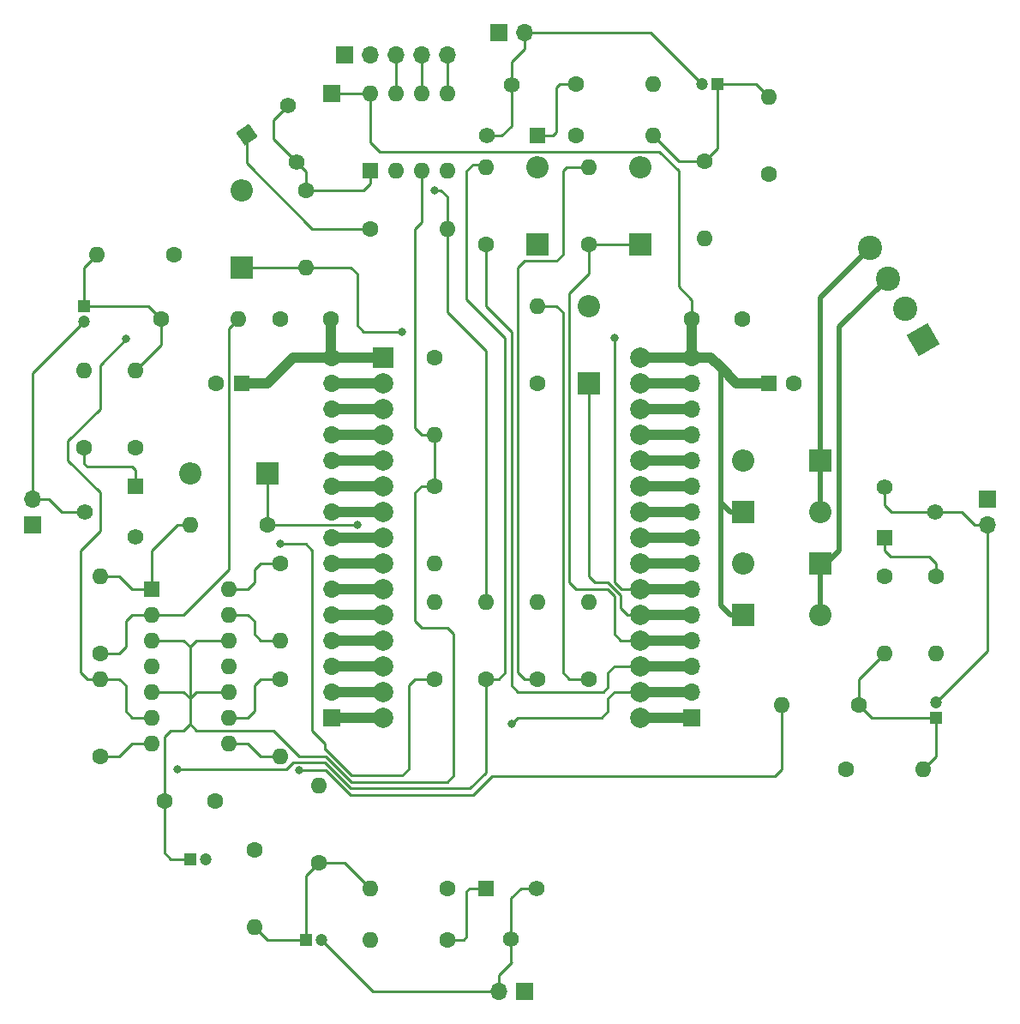
<source format=gbr>
%TF.GenerationSoftware,KiCad,Pcbnew,(6.0.2)*%
%TF.CreationDate,2023-02-05T15:01:36+01:00*%
%TF.ProjectId,Fonometro,466f6e6f-6d65-4747-926f-2e6b69636164,rev?*%
%TF.SameCoordinates,Original*%
%TF.FileFunction,Copper,L1,Top*%
%TF.FilePolarity,Positive*%
%FSLAX46Y46*%
G04 Gerber Fmt 4.6, Leading zero omitted, Abs format (unit mm)*
G04 Created by KiCad (PCBNEW (6.0.2)) date 2023-02-05 15:01:36*
%MOMM*%
%LPD*%
G01*
G04 APERTURE LIST*
G04 Aperture macros list*
%AMRotRect*
0 Rectangle, with rotation*
0 The origin of the aperture is its center*
0 $1 length*
0 $2 width*
0 $3 Rotation angle, in degrees counterclockwise*
0 Add horizontal line*
21,1,$1,$2,0,0,$3*%
G04 Aperture macros list end*
%TA.AperFunction,ComponentPad*%
%ADD10C,1.600000*%
%TD*%
%TA.AperFunction,ComponentPad*%
%ADD11O,1.600000X1.600000*%
%TD*%
%TA.AperFunction,ComponentPad*%
%ADD12R,1.600000X1.600000*%
%TD*%
%TA.AperFunction,ComponentPad*%
%ADD13R,2.200000X2.200000*%
%TD*%
%TA.AperFunction,ComponentPad*%
%ADD14O,2.200000X2.200000*%
%TD*%
%TA.AperFunction,ComponentPad*%
%ADD15R,1.200000X1.200000*%
%TD*%
%TA.AperFunction,ComponentPad*%
%ADD16C,1.200000*%
%TD*%
%TA.AperFunction,ComponentPad*%
%ADD17R,1.700000X1.700000*%
%TD*%
%TA.AperFunction,ComponentPad*%
%ADD18O,1.700000X1.700000*%
%TD*%
%TA.AperFunction,ComponentPad*%
%ADD19R,1.560000X1.560000*%
%TD*%
%TA.AperFunction,ComponentPad*%
%ADD20C,1.560000*%
%TD*%
%TA.AperFunction,ComponentPad*%
%ADD21RotRect,2.400000X2.400000X120.000000*%
%TD*%
%TA.AperFunction,ComponentPad*%
%ADD22C,2.400000*%
%TD*%
%TA.AperFunction,ComponentPad*%
%ADD23RotRect,1.560000X1.560000X35.000000*%
%TD*%
%TA.AperFunction,ComponentPad*%
%ADD24R,2.000000X2.000000*%
%TD*%
%TA.AperFunction,ComponentPad*%
%ADD25C,2.000000*%
%TD*%
%TA.AperFunction,ViaPad*%
%ADD26C,0.800000*%
%TD*%
%TA.AperFunction,Conductor*%
%ADD27C,0.254000*%
%TD*%
%TA.AperFunction,Conductor*%
%ADD28C,1.016000*%
%TD*%
%TA.AperFunction,Conductor*%
%ADD29C,0.508000*%
%TD*%
G04 APERTURE END LIST*
D10*
%TO.P,R36,1*%
%TO.N,D34*%
X154940000Y-70104000D03*
D11*
%TO.P,R36,2*%
%TO.N,MIC 3*%
X154940000Y-62484000D03*
%TD*%
D12*
%TO.P,C7,1*%
%TO.N,+3V3*%
X120650000Y-83820000D03*
D10*
%TO.P,C7,2*%
%TO.N,GND*%
X118150000Y-83820000D03*
%TD*%
%TO.P,R10,1*%
%TO.N,GND*%
X110190000Y-90170000D03*
D11*
%TO.P,R10,2*%
%TO.N,Net-(C1-Pad1)*%
X110190000Y-82550000D03*
%TD*%
D10*
%TO.P,R29,1*%
%TO.N,Net-(R29-Pad1)*%
X133350000Y-68580000D03*
D11*
%TO.P,R29,2*%
%TO.N,Net-(R25-Pad2)*%
X140970000Y-68580000D03*
%TD*%
D10*
%TO.P,R23,1*%
%TO.N,Net-(R19-Pad2)*%
X124460000Y-113025000D03*
D11*
%TO.P,R23,2*%
%TO.N,MIC 3*%
X124460000Y-120645000D03*
%TD*%
D10*
%TO.P,C8,1*%
%TO.N,+3V3*%
X129500000Y-77470000D03*
%TO.P,C8,2*%
%TO.N,GND*%
X124500000Y-77470000D03*
%TD*%
%TO.P,R13,1*%
%TO.N,+3V3*%
X180340000Y-121920000D03*
D11*
%TO.P,R13,2*%
%TO.N,Net-(C3-Pad1)*%
X187960000Y-121920000D03*
%TD*%
D13*
%TO.P,D1,1,K*%
%TO.N,VCC*%
X170180000Y-106680000D03*
D14*
%TO.P,D1,2,A*%
%TO.N,AC L*%
X177800000Y-106680000D03*
%TD*%
D10*
%TO.P,R18,1*%
%TO.N,Net-(C2-Pad1)*%
X166370000Y-61930000D03*
D11*
%TO.P,R18,2*%
%TO.N,Net-(R18-Pad2)*%
X166370000Y-69550000D03*
%TD*%
D10*
%TO.P,R27,1*%
%TO.N,MIC 3*%
X149860000Y-113030000D03*
D11*
%TO.P,R27,2*%
%TO.N,Net-(R25-Pad2)*%
X149860000Y-105410000D03*
%TD*%
D10*
%TO.P,R24,1*%
%TO.N,MIC 4*%
X124460000Y-101600000D03*
D11*
%TO.P,R24,2*%
%TO.N,Net-(R20-Pad2)*%
X124460000Y-109220000D03*
%TD*%
D10*
%TO.P,R31,1*%
%TO.N,Net-(R30-Pad2)*%
X127000000Y-64770000D03*
D11*
%TO.P,R31,2*%
%TO.N,D32*%
X127000000Y-72390000D03*
%TD*%
D15*
%TO.P,C2,1*%
%TO.N,Net-(C2-Pad1)*%
X167640000Y-54310000D03*
D16*
%TO.P,C2,2*%
%TO.N,Net-(C2-Pad2)*%
X166140000Y-54310000D03*
%TD*%
D10*
%TO.P,R20,1*%
%TO.N,Net-(C4-Pad1)*%
X128270000Y-131110000D03*
D11*
%TO.P,R20,2*%
%TO.N,Net-(R20-Pad2)*%
X128270000Y-123490000D03*
%TD*%
D12*
%TO.P,U2,1*%
%TO.N,Net-(R30-Pad2)*%
X133360000Y-62855000D03*
D11*
%TO.P,U2,2,-*%
%TO.N,Net-(R25-Pad2)*%
X135900000Y-62855000D03*
%TO.P,U2,3,+*%
%TO.N,1.65V*%
X138440000Y-62855000D03*
%TO.P,U2,4,V-*%
%TO.N,GND*%
X140980000Y-62855000D03*
%TO.P,U2,5,+*%
%TO.N,Net-(J4-Pad5)*%
X140980000Y-55235000D03*
%TO.P,U2,6,-*%
%TO.N,Net-(U2-Pad6)*%
X138440000Y-55235000D03*
%TO.P,U2,7*%
%TO.N,Net-(J4-Pad3)*%
X135900000Y-55235000D03*
%TO.P,U2,8,V+*%
%TO.N,VCC*%
X133360000Y-55235000D03*
%TD*%
D17*
%TO.P,MK2,1,-*%
%TO.N,GND*%
X146050000Y-49230000D03*
D18*
%TO.P,MK2,2,+*%
%TO.N,Net-(C2-Pad2)*%
X148590000Y-49230000D03*
%TD*%
D10*
%TO.P,R3,1*%
%TO.N,Net-(R3-Pad1)*%
X153670000Y-54310000D03*
D11*
%TO.P,R3,2*%
%TO.N,+3V3*%
X161290000Y-54310000D03*
%TD*%
D17*
%TO.P,J5,1,Pin_1*%
%TO.N,VCC*%
X129540000Y-55245000D03*
%TD*%
D10*
%TO.P,R33,1*%
%TO.N,1.65V*%
X139700000Y-93980000D03*
D11*
%TO.P,R33,2*%
%TO.N,GND*%
X139700000Y-101600000D03*
%TD*%
D10*
%TO.P,R12,1*%
%TO.N,GND*%
X153670000Y-59390000D03*
D11*
%TO.P,R12,2*%
%TO.N,Net-(C2-Pad1)*%
X161290000Y-59390000D03*
%TD*%
D17*
%TO.P,MK4,1,-*%
%TO.N,GND*%
X148590000Y-143810000D03*
D18*
%TO.P,MK4,2,+*%
%TO.N,Net-(C4-Pad2)*%
X146050000Y-143810000D03*
%TD*%
D10*
%TO.P,R14,1*%
%TO.N,GND*%
X184150000Y-102870000D03*
D11*
%TO.P,R14,2*%
%TO.N,Net-(C3-Pad1)*%
X184150000Y-110490000D03*
%TD*%
D19*
%TO.P,R4,1*%
%TO.N,Net-(R3-Pad1)*%
X149860000Y-59390000D03*
D20*
%TO.P,R4,2*%
%TO.N,Net-(C2-Pad2)*%
X147360000Y-54390000D03*
%TO.P,R4,3*%
X144860000Y-59390000D03*
%TD*%
D10*
%TO.P,R37,1*%
%TO.N,D35*%
X149860000Y-83820000D03*
D11*
%TO.P,R37,2*%
%TO.N,MIC 4*%
X149860000Y-76200000D03*
%TD*%
D10*
%TO.P,C6,1*%
%TO.N,VCC*%
X165140000Y-77470000D03*
%TO.P,C6,2*%
%TO.N,GND*%
X170140000Y-77470000D03*
%TD*%
%TO.P,R21,1*%
%TO.N,Net-(R17-Pad2)*%
X106680000Y-110485000D03*
D11*
%TO.P,R21,2*%
%TO.N,MIC 1*%
X106680000Y-102865000D03*
%TD*%
D10*
%TO.P,R35,1*%
%TO.N,D39*%
X144780000Y-70104000D03*
D11*
%TO.P,R35,2*%
%TO.N,MIC 2*%
X144780000Y-62484000D03*
%TD*%
D17*
%TO.P,J4,1,Pin_1*%
%TO.N,GND*%
X130815000Y-51435000D03*
D18*
%TO.P,J4,2,Pin_2*%
%TO.N,+3V3*%
X133355000Y-51435000D03*
%TO.P,J4,3,Pin_3*%
%TO.N,Net-(J4-Pad3)*%
X135895000Y-51435000D03*
%TO.P,J4,4,Pin_4*%
%TO.N,Net-(U2-Pad6)*%
X138435000Y-51435000D03*
%TO.P,J4,5,Pin_5*%
%TO.N,Net-(J4-Pad5)*%
X140975000Y-51435000D03*
%TD*%
D19*
%TO.P,R8,1*%
%TO.N,Net-(R7-Pad1)*%
X144780000Y-133650000D03*
D20*
%TO.P,R8,2*%
%TO.N,Net-(C4-Pad2)*%
X147280000Y-138650000D03*
%TO.P,R8,3*%
X149780000Y-133650000D03*
%TD*%
D15*
%TO.P,C4,1*%
%TO.N,Net-(C4-Pad1)*%
X127000000Y-138730000D03*
D16*
%TO.P,C4,2*%
%TO.N,Net-(C4-Pad2)*%
X128500000Y-138730000D03*
%TD*%
D17*
%TO.P,J2,1,Pin_1*%
%TO.N,D23*%
X129540000Y-116835000D03*
D18*
%TO.P,J2,2,Pin_2*%
%TO.N,D22*%
X129540000Y-114295000D03*
%TO.P,J2,3,Pin_3*%
%TO.N,TX0*%
X129540000Y-111755000D03*
%TO.P,J2,4,Pin_4*%
%TO.N,RX0*%
X129540000Y-109215000D03*
%TO.P,J2,5,Pin_5*%
%TO.N,D21*%
X129540000Y-106675000D03*
%TO.P,J2,6,Pin_6*%
%TO.N,D19*%
X129540000Y-104135000D03*
%TO.P,J2,7,Pin_7*%
%TO.N,D18*%
X129540000Y-101595000D03*
%TO.P,J2,8,Pin_8*%
%TO.N,D5*%
X129540000Y-99055000D03*
%TO.P,J2,9,Pin_9*%
%TO.N,TX2*%
X129540000Y-96515000D03*
%TO.P,J2,10,Pin_10*%
%TO.N,RX2*%
X129540000Y-93975000D03*
%TO.P,J2,11,Pin_11*%
%TO.N,D4*%
X129540000Y-91435000D03*
%TO.P,J2,12,Pin_12*%
%TO.N,D2*%
X129540000Y-88895000D03*
%TO.P,J2,13,Pin_13*%
%TO.N,D15*%
X129540000Y-86355000D03*
%TO.P,J2,14,Pin_14*%
%TO.N,GND*%
X129540000Y-83815000D03*
%TO.P,J2,15,Pin_15*%
%TO.N,+3V3*%
X129540000Y-81275000D03*
%TD*%
D19*
%TO.P,R6,1*%
%TO.N,Net-(R5-Pad1)*%
X184150000Y-99060000D03*
D20*
%TO.P,R6,2*%
%TO.N,Net-(C3-Pad2)*%
X189150000Y-96560000D03*
%TO.P,R6,3*%
X184150000Y-94060000D03*
%TD*%
D13*
%TO.P,D8,1,K*%
%TO.N,D34*%
X160020000Y-70104000D03*
D14*
%TO.P,D8,2,A*%
%TO.N,GND*%
X160020000Y-62484000D03*
%TD*%
D13*
%TO.P,D5,1,K*%
%TO.N,D32*%
X120650000Y-72390000D03*
D14*
%TO.P,D5,2,A*%
%TO.N,GND*%
X120650000Y-64770000D03*
%TD*%
D15*
%TO.P,C1,1*%
%TO.N,Net-(C1-Pad1)*%
X105110000Y-76200000D03*
D16*
%TO.P,C1,2*%
%TO.N,Net-(C1-Pad2)*%
X105110000Y-77700000D03*
%TD*%
D13*
%TO.P,D7,1,K*%
%TO.N,D39*%
X149860000Y-70104000D03*
D14*
%TO.P,D7,2,A*%
%TO.N,GND*%
X149860000Y-62484000D03*
%TD*%
D12*
%TO.P,U1,1*%
%TO.N,MIC 1*%
X111770000Y-104135000D03*
D11*
%TO.P,U1,2,-*%
%TO.N,Net-(R17-Pad2)*%
X111770000Y-106675000D03*
%TO.P,U1,3,+*%
%TO.N,1.65V*%
X111770000Y-109215000D03*
%TO.P,U1,4,V+*%
%TO.N,VCC*%
X111770000Y-111755000D03*
%TO.P,U1,5,+*%
%TO.N,1.65V*%
X111770000Y-114295000D03*
%TO.P,U1,6,-*%
%TO.N,Net-(R18-Pad2)*%
X111770000Y-116835000D03*
%TO.P,U1,7*%
%TO.N,MIC 2*%
X111770000Y-119375000D03*
%TO.P,U1,8*%
%TO.N,MIC 3*%
X119390000Y-119375000D03*
%TO.P,U1,9,-*%
%TO.N,Net-(R19-Pad2)*%
X119390000Y-116835000D03*
%TO.P,U1,10,+*%
%TO.N,1.65V*%
X119390000Y-114295000D03*
%TO.P,U1,11,V-*%
%TO.N,GND*%
X119390000Y-111755000D03*
%TO.P,U1,12,+*%
%TO.N,1.65V*%
X119390000Y-109215000D03*
%TO.P,U1,13,-*%
%TO.N,Net-(R20-Pad2)*%
X119390000Y-106675000D03*
%TO.P,U1,14*%
%TO.N,MIC 4*%
X119390000Y-104135000D03*
%TD*%
D13*
%TO.P,D6,1,K*%
%TO.N,D36*%
X123190000Y-92710000D03*
D14*
%TO.P,D6,2,A*%
%TO.N,GND*%
X115570000Y-92710000D03*
%TD*%
D10*
%TO.P,R9,1*%
%TO.N,+3V3*%
X114000000Y-71120000D03*
D11*
%TO.P,R9,2*%
%TO.N,Net-(C1-Pad1)*%
X106380000Y-71120000D03*
%TD*%
D17*
%TO.P,MK1,1,-*%
%TO.N,GND*%
X100030000Y-97790000D03*
D18*
%TO.P,MK1,2,+*%
%TO.N,Net-(C1-Pad2)*%
X100030000Y-95250000D03*
%TD*%
D19*
%TO.P,R2,1*%
%TO.N,Net-(R1-Pad1)*%
X110190000Y-93980000D03*
D20*
%TO.P,R2,2*%
%TO.N,Net-(C1-Pad2)*%
X105190000Y-96480000D03*
%TO.P,R2,3*%
X110190000Y-98980000D03*
%TD*%
D10*
%TO.P,R17,1*%
%TO.N,Net-(C1-Pad1)*%
X112730000Y-77470000D03*
D11*
%TO.P,R17,2*%
%TO.N,Net-(R17-Pad2)*%
X120350000Y-77470000D03*
%TD*%
D17*
%TO.P,MK3,1,-*%
%TO.N,GND*%
X194310000Y-95250000D03*
D18*
%TO.P,MK3,2,+*%
%TO.N,Net-(C3-Pad2)*%
X194310000Y-97790000D03*
%TD*%
D17*
%TO.P,J1,1,Pin_1*%
%TO.N,EN*%
X165100000Y-116840000D03*
D18*
%TO.P,J1,2,Pin_2*%
%TO.N,D36*%
X165100000Y-114300000D03*
%TO.P,J1,3,Pin_3*%
%TO.N,D39*%
X165100000Y-111760000D03*
%TO.P,J1,4,Pin_4*%
%TO.N,D34*%
X165100000Y-109220000D03*
%TO.P,J1,5,Pin_5*%
%TO.N,D35*%
X165100000Y-106680000D03*
%TO.P,J1,6,Pin_6*%
%TO.N,D32*%
X165100000Y-104140000D03*
%TO.P,J1,7,Pin_7*%
%TO.N,D33*%
X165100000Y-101600000D03*
%TO.P,J1,8,Pin_8*%
%TO.N,D25*%
X165100000Y-99060000D03*
%TO.P,J1,9,Pin_9*%
%TO.N,D26*%
X165100000Y-96520000D03*
%TO.P,J1,10,Pin_10*%
%TO.N,D27*%
X165100000Y-93980000D03*
%TO.P,J1,11,Pin_11*%
%TO.N,D14*%
X165100000Y-91440000D03*
%TO.P,J1,12,Pin_12*%
%TO.N,D12*%
X165100000Y-88900000D03*
%TO.P,J1,13,Pin_13*%
%TO.N,D13*%
X165100000Y-86360000D03*
%TO.P,J1,14,Pin_14*%
%TO.N,GND*%
X165100000Y-83820000D03*
%TO.P,J1,15,Pin_15*%
%TO.N,VCC*%
X165100000Y-81280000D03*
%TD*%
D10*
%TO.P,R25,1*%
%TO.N,MIC 1*%
X139700000Y-113030000D03*
D11*
%TO.P,R25,2*%
%TO.N,Net-(R25-Pad2)*%
X139700000Y-105410000D03*
%TD*%
D13*
%TO.P,D4,1,K*%
%TO.N,AC N*%
X177800000Y-91440000D03*
D14*
%TO.P,D4,2,A*%
%TO.N,GND*%
X170180000Y-91440000D03*
%TD*%
D21*
%TO.P,J3,1,Pin_1*%
%TO.N,GND*%
X187958398Y-79526634D03*
D22*
%TO.P,J3,2,Pin_2*%
%TO.N,VCC*%
X186208398Y-76495545D03*
%TO.P,J3,3,Pin_3*%
%TO.N,AC L*%
X184458398Y-73464456D03*
%TO.P,J3,4,Pin_4*%
%TO.N,AC N*%
X182708398Y-70433367D03*
%TD*%
D23*
%TO.P,R30,1*%
%TO.N,Net-(R29-Pad1)*%
X121127309Y-59289041D03*
D20*
%TO.P,R30,2*%
%TO.N,Net-(R30-Pad2)*%
X126043071Y-61950860D03*
%TO.P,R30,3*%
X125223069Y-56421159D03*
%TD*%
D15*
%TO.P,C3,1*%
%TO.N,Net-(C3-Pad1)*%
X189230000Y-116840000D03*
D16*
%TO.P,C3,2*%
%TO.N,Net-(C3-Pad2)*%
X189230000Y-115340000D03*
%TD*%
D10*
%TO.P,R11,1*%
%TO.N,+3V3*%
X172720000Y-63200000D03*
D11*
%TO.P,R11,2*%
%TO.N,Net-(C2-Pad1)*%
X172720000Y-55580000D03*
%TD*%
D10*
%TO.P,R22,1*%
%TO.N,MIC 2*%
X106680000Y-120645000D03*
D11*
%TO.P,R22,2*%
%TO.N,Net-(R18-Pad2)*%
X106680000Y-113025000D03*
%TD*%
D10*
%TO.P,R19,1*%
%TO.N,Net-(C3-Pad1)*%
X181610000Y-115570000D03*
D11*
%TO.P,R19,2*%
%TO.N,Net-(R19-Pad2)*%
X173990000Y-115570000D03*
%TD*%
D13*
%TO.P,D3,1,K*%
%TO.N,VCC*%
X170180000Y-96520000D03*
D14*
%TO.P,D3,2,A*%
%TO.N,AC N*%
X177800000Y-96520000D03*
%TD*%
D10*
%TO.P,R26,1*%
%TO.N,MIC 2*%
X144780000Y-113030000D03*
D11*
%TO.P,R26,2*%
%TO.N,Net-(R25-Pad2)*%
X144780000Y-105410000D03*
%TD*%
D10*
%TO.P,R34,1*%
%TO.N,D36*%
X123190000Y-97790000D03*
D11*
%TO.P,R34,2*%
%TO.N,MIC 1*%
X115570000Y-97790000D03*
%TD*%
D15*
%TO.P,C9,1*%
%TO.N,1.65V*%
X115570000Y-130810000D03*
D16*
%TO.P,C9,2*%
%TO.N,GND*%
X117070000Y-130810000D03*
%TD*%
D10*
%TO.P,R16,1*%
%TO.N,GND*%
X140970000Y-133650000D03*
D11*
%TO.P,R16,2*%
%TO.N,Net-(C4-Pad1)*%
X133350000Y-133650000D03*
%TD*%
D10*
%TO.P,R32,1*%
%TO.N,+3V3*%
X139700000Y-81280000D03*
D11*
%TO.P,R32,2*%
%TO.N,1.65V*%
X139700000Y-88900000D03*
%TD*%
D10*
%TO.P,R7,1*%
%TO.N,Net-(R7-Pad1)*%
X140970000Y-138730000D03*
D11*
%TO.P,R7,2*%
%TO.N,+3V3*%
X133350000Y-138730000D03*
%TD*%
D13*
%TO.P,D9,1,K*%
%TO.N,D35*%
X154940000Y-83820000D03*
D14*
%TO.P,D9,2,A*%
%TO.N,GND*%
X154940000Y-76200000D03*
%TD*%
D10*
%TO.P,R28,1*%
%TO.N,MIC 4*%
X154940000Y-113030000D03*
D11*
%TO.P,R28,2*%
%TO.N,Net-(R25-Pad2)*%
X154940000Y-105410000D03*
%TD*%
D13*
%TO.P,D2,1,K*%
%TO.N,AC L*%
X177800000Y-101600000D03*
D14*
%TO.P,D2,2,A*%
%TO.N,GND*%
X170180000Y-101600000D03*
%TD*%
D12*
%TO.P,C5,1*%
%TO.N,VCC*%
X172720000Y-83820000D03*
D10*
%TO.P,C5,2*%
%TO.N,GND*%
X175220000Y-83820000D03*
%TD*%
%TO.P,R1,1*%
%TO.N,Net-(R1-Pad1)*%
X105110000Y-90170000D03*
D11*
%TO.P,R1,2*%
%TO.N,+3V3*%
X105110000Y-82550000D03*
%TD*%
D10*
%TO.P,R15,1*%
%TO.N,+3V3*%
X121920000Y-129840000D03*
D11*
%TO.P,R15,2*%
%TO.N,Net-(C4-Pad1)*%
X121920000Y-137460000D03*
%TD*%
D24*
%TO.P,U3,1,3V3*%
%TO.N,+3V3*%
X134620000Y-81259000D03*
D25*
%TO.P,U3,2,GND*%
%TO.N,GND*%
X134620000Y-83799000D03*
%TO.P,U3,3,D15*%
%TO.N,D15*%
X134620000Y-86339000D03*
%TO.P,U3,4,D2*%
%TO.N,D2*%
X134620000Y-88879000D03*
%TO.P,U3,5,D4*%
%TO.N,D4*%
X134620000Y-91419000D03*
%TO.P,U3,6,RX2*%
%TO.N,RX2*%
X134620000Y-93959000D03*
%TO.P,U3,7,TX2*%
%TO.N,TX2*%
X134620000Y-96499000D03*
%TO.P,U3,8,D5*%
%TO.N,D5*%
X134620000Y-99039000D03*
%TO.P,U3,9,D18*%
%TO.N,D18*%
X134620000Y-101579000D03*
%TO.P,U3,10,D19*%
%TO.N,D19*%
X134620000Y-104119000D03*
%TO.P,U3,11,D21*%
%TO.N,D21*%
X134620000Y-106659000D03*
%TO.P,U3,12,RX0*%
%TO.N,RX0*%
X134620000Y-109199000D03*
%TO.P,U3,13,TX0*%
%TO.N,TX0*%
X134620000Y-111739000D03*
%TO.P,U3,14,D22*%
%TO.N,D22*%
X134620000Y-114279000D03*
%TO.P,U3,15,D23*%
%TO.N,D23*%
X134620000Y-116819000D03*
%TO.P,U3,16,EN*%
%TO.N,EN*%
X160020000Y-116819000D03*
%TO.P,U3,17,VP*%
%TO.N,D36*%
X160020000Y-114279000D03*
%TO.P,U3,18,VN*%
%TO.N,D39*%
X160020000Y-111739000D03*
%TO.P,U3,19,D34*%
%TO.N,D34*%
X160020000Y-109199000D03*
%TO.P,U3,20,D35*%
%TO.N,D35*%
X160020000Y-106659000D03*
%TO.P,U3,21,D32*%
%TO.N,D32*%
X160020000Y-104119000D03*
%TO.P,U3,22,D33*%
%TO.N,D33*%
X160020000Y-101579000D03*
%TO.P,U3,23,D25*%
%TO.N,D25*%
X160020000Y-99039000D03*
%TO.P,U3,24,D26*%
%TO.N,D26*%
X160020000Y-96499000D03*
%TO.P,U3,25,D27*%
%TO.N,D27*%
X160020000Y-93959000D03*
%TO.P,U3,26,D14*%
%TO.N,D14*%
X160020000Y-91419000D03*
%TO.P,U3,27,D12*%
%TO.N,D12*%
X160020000Y-88879000D03*
%TO.P,U3,28,D13*%
%TO.N,D13*%
X160020000Y-86339000D03*
%TO.P,U3,29,GND*%
%TO.N,GND*%
X160020000Y-83799000D03*
%TO.P,U3,30,VIN*%
%TO.N,VCC*%
X160020000Y-81259000D03*
%TD*%
D10*
%TO.P,C10,1*%
%TO.N,1.65V*%
X113070000Y-125095000D03*
%TO.P,C10,2*%
%TO.N,GND*%
X118070000Y-125095000D03*
%TD*%
%TO.P,R5,1*%
%TO.N,Net-(R5-Pad1)*%
X189230000Y-102870000D03*
D11*
%TO.P,R5,2*%
%TO.N,+3V3*%
X189230000Y-110490000D03*
%TD*%
D26*
%TO.N,D36*%
X132080000Y-97790000D03*
X147320000Y-117475000D03*
%TO.N,D32*%
X136525000Y-78740000D03*
X157480000Y-79375000D03*
%TO.N,Net-(R18-Pad2)*%
X109266214Y-79421214D03*
%TO.N,Net-(R19-Pad2)*%
X126365000Y-122011500D03*
%TO.N,MIC 1*%
X124460000Y-99695000D03*
%TO.N,MIC 2*%
X114300000Y-121920000D03*
%TO.N,Net-(R25-Pad2)*%
X139700000Y-64770000D03*
%TD*%
D27*
%TO.N,Net-(C1-Pad1)*%
X112730000Y-77470000D02*
X112730000Y-80010000D01*
X111460000Y-76200000D02*
X112730000Y-77470000D01*
X105110000Y-72390000D02*
X106380000Y-71120000D01*
X105110000Y-76200000D02*
X105110000Y-72390000D01*
X112730000Y-80010000D02*
X110190000Y-82550000D01*
X105110000Y-76200000D02*
X111460000Y-76200000D01*
%TO.N,Net-(C1-Pad2)*%
X100030000Y-82780000D02*
X105110000Y-77700000D01*
X102870000Y-96520000D02*
X102910000Y-96480000D01*
X100030000Y-95250000D02*
X101600000Y-95250000D01*
X101600000Y-95250000D02*
X102870000Y-96520000D01*
X100030000Y-95250000D02*
X100030000Y-82780000D01*
X102910000Y-96480000D02*
X105190000Y-96480000D01*
%TO.N,Net-(C2-Pad1)*%
X166370000Y-61930000D02*
X163830000Y-61930000D01*
X167640000Y-54310000D02*
X171450000Y-54310000D01*
X167640000Y-54310000D02*
X167640000Y-60660000D01*
X167640000Y-60660000D02*
X166370000Y-61930000D01*
X163830000Y-61930000D02*
X161290000Y-59390000D01*
X171450000Y-54310000D02*
X172720000Y-55580000D01*
%TO.N,Net-(C2-Pad2)*%
X147360000Y-58380000D02*
X147360000Y-54390000D01*
X148590000Y-49230000D02*
X161060000Y-49230000D01*
X144860000Y-59390000D02*
X146350000Y-59390000D01*
X147360000Y-52110000D02*
X147360000Y-54390000D01*
X146350000Y-59390000D02*
X147360000Y-58380000D01*
X161060000Y-49230000D02*
X166140000Y-54310000D01*
X148590000Y-49230000D02*
X148590000Y-50800000D01*
X147320000Y-52070000D02*
X147360000Y-52110000D01*
X148590000Y-50800000D02*
X147320000Y-52070000D01*
%TO.N,Net-(C3-Pad1)*%
X181610000Y-113030000D02*
X184150000Y-110490000D01*
X182880000Y-116840000D02*
X181610000Y-115570000D01*
X189230000Y-116840000D02*
X182880000Y-116840000D01*
X181610000Y-115570000D02*
X181610000Y-113030000D01*
X189230000Y-116840000D02*
X189230000Y-120650000D01*
X189230000Y-120650000D02*
X187960000Y-121920000D01*
%TO.N,Net-(C3-Pad2)*%
X184825000Y-96560000D02*
X189150000Y-96560000D01*
X191770000Y-96520000D02*
X191730000Y-96560000D01*
X191730000Y-96560000D02*
X189150000Y-96560000D01*
X194310000Y-97790000D02*
X194310000Y-110260000D01*
X184150000Y-94060000D02*
X184150000Y-95885000D01*
X194310000Y-97790000D02*
X193040000Y-97790000D01*
X184150000Y-95885000D02*
X184825000Y-96560000D01*
X194310000Y-110260000D02*
X189230000Y-115340000D01*
X193040000Y-97790000D02*
X191770000Y-96520000D01*
%TO.N,Net-(C4-Pad1)*%
X128270000Y-131110000D02*
X130810000Y-131110000D01*
X127000000Y-138730000D02*
X127000000Y-132380000D01*
X127000000Y-132380000D02*
X128270000Y-131110000D01*
X130810000Y-131110000D02*
X133350000Y-133650000D01*
X127000000Y-138730000D02*
X123190000Y-138730000D01*
X123190000Y-138730000D02*
X121920000Y-137460000D01*
%TO.N,Net-(C4-Pad2)*%
X146050000Y-143810000D02*
X146050000Y-142240000D01*
X147280000Y-134660000D02*
X147280000Y-138650000D01*
X146050000Y-143810000D02*
X133580000Y-143810000D01*
X133580000Y-143810000D02*
X128500000Y-138730000D01*
X149780000Y-133650000D02*
X148290000Y-133650000D01*
X147280000Y-140930000D02*
X147280000Y-138650000D01*
X148290000Y-133650000D02*
X147280000Y-134660000D01*
X146050000Y-142240000D02*
X147320000Y-140970000D01*
X147320000Y-140970000D02*
X147280000Y-140930000D01*
D28*
%TO.N,VCC*%
X167957500Y-82232500D02*
X169545000Y-83820000D01*
D27*
X133360000Y-55235000D02*
X129550000Y-55235000D01*
D29*
X167957500Y-105727500D02*
X167957500Y-95567500D01*
D27*
X129550000Y-55235000D02*
X129540000Y-55245000D01*
D29*
X170180000Y-96520000D02*
X168910000Y-96520000D01*
D27*
X133360000Y-60021978D02*
X134298022Y-60960000D01*
X133360000Y-55235000D02*
X133360000Y-60021978D01*
X163830000Y-62865000D02*
X163830000Y-74295000D01*
D28*
X165100000Y-81280000D02*
X165100000Y-77510000D01*
X165100000Y-81280000D02*
X167005000Y-81280000D01*
D27*
X134298022Y-60960000D02*
X161925000Y-60960000D01*
D28*
X160020000Y-81259000D02*
X165079000Y-81259000D01*
X169545000Y-83820000D02*
X172720000Y-83820000D01*
D29*
X168910000Y-106680000D02*
X170180000Y-106680000D01*
D28*
X165100000Y-77510000D02*
X165140000Y-77470000D01*
D27*
X161925000Y-60960000D02*
X163830000Y-62865000D01*
D29*
X167957500Y-95567500D02*
X167957500Y-82232500D01*
D28*
X165079000Y-81259000D02*
X165100000Y-81280000D01*
D29*
X167957500Y-105727500D02*
X168910000Y-106680000D01*
D27*
X165140000Y-75605000D02*
X165140000Y-77470000D01*
D28*
X167005000Y-81280000D02*
X167957500Y-82232500D01*
D29*
X168910000Y-96520000D02*
X167957500Y-95567500D01*
D27*
X163830000Y-74295000D02*
X165140000Y-75605000D01*
D28*
%TO.N,GND*%
X129556000Y-83799000D02*
X129540000Y-83815000D01*
X134620000Y-83799000D02*
X129556000Y-83799000D01*
X165079000Y-83799000D02*
X165100000Y-83820000D01*
X160020000Y-83799000D02*
X165079000Y-83799000D01*
%TO.N,+3V3*%
X129500000Y-81235000D02*
X129540000Y-81275000D01*
X125735000Y-81275000D02*
X129540000Y-81275000D01*
X123190000Y-83820000D02*
X125735000Y-81275000D01*
X134604000Y-81275000D02*
X134620000Y-81259000D01*
X120650000Y-83820000D02*
X123190000Y-83820000D01*
X129540000Y-81275000D02*
X134604000Y-81275000D01*
X129500000Y-77470000D02*
X129500000Y-81235000D01*
D27*
%TO.N,1.65V*%
X116205000Y-118110000D02*
X123825000Y-118110000D01*
X137795000Y-68580000D02*
X137795000Y-88265000D01*
X113665000Y-130810000D02*
X113030000Y-130175000D01*
X131451374Y-123190000D02*
X140970000Y-123190000D01*
X114930000Y-114295000D02*
X115570000Y-114935000D01*
X115570000Y-117475000D02*
X115570000Y-114935000D01*
X137795000Y-94615000D02*
X138430000Y-93980000D01*
X116210000Y-114295000D02*
X115570000Y-114935000D01*
X141605000Y-108585000D02*
X140970000Y-107950000D01*
X113665000Y-118110000D02*
X113070000Y-118705000D01*
X113070000Y-118705000D02*
X113070000Y-125095000D01*
X140970000Y-123190000D02*
X141605000Y-122555000D01*
X138440000Y-67935000D02*
X137795000Y-68580000D01*
X141605000Y-122555000D02*
X141605000Y-108585000D01*
X115570000Y-130810000D02*
X113665000Y-130810000D01*
X113070000Y-130135000D02*
X113070000Y-125095000D01*
X128911374Y-120650000D02*
X131451374Y-123190000D01*
X114935000Y-118110000D02*
X113665000Y-118110000D01*
X138430000Y-107950000D02*
X137795000Y-107315000D01*
X138430000Y-93980000D02*
X139700000Y-93980000D01*
X137795000Y-107315000D02*
X137795000Y-94615000D01*
X115570000Y-117475000D02*
X116205000Y-118110000D01*
X139700000Y-88900000D02*
X139700000Y-93980000D01*
X138430000Y-88900000D02*
X139700000Y-88900000D01*
X140970000Y-107950000D02*
X138430000Y-107950000D01*
X115570000Y-114935000D02*
X115570000Y-109855000D01*
X137795000Y-88265000D02*
X138430000Y-88900000D01*
X138440000Y-62855000D02*
X138440000Y-67935000D01*
X113030000Y-130175000D02*
X113070000Y-130135000D01*
X114930000Y-109215000D02*
X111770000Y-109215000D01*
X115570000Y-117475000D02*
X114935000Y-118110000D01*
X116210000Y-109215000D02*
X119390000Y-109215000D01*
X119390000Y-114295000D02*
X116210000Y-114295000D01*
X123825000Y-118110000D02*
X126365000Y-120650000D01*
X115570000Y-109855000D02*
X114930000Y-109215000D01*
X115570000Y-109855000D02*
X116210000Y-109215000D01*
X126365000Y-120650000D02*
X128911374Y-120650000D01*
X111770000Y-114295000D02*
X114930000Y-114295000D01*
D29*
%TO.N,AC L*%
X179705000Y-100330000D02*
X178435000Y-101600000D01*
X184458398Y-73464456D02*
X179705000Y-78217854D01*
X178435000Y-101600000D02*
X177800000Y-101600000D01*
X177800000Y-101600000D02*
X177800000Y-106680000D01*
X179705000Y-78217854D02*
X179705000Y-100330000D01*
%TO.N,AC N*%
X177800000Y-75341765D02*
X177800000Y-91440000D01*
X177800000Y-91440000D02*
X177800000Y-96520000D01*
X182708398Y-70433367D02*
X177800000Y-75341765D01*
D27*
%TO.N,D34*%
X157480000Y-104781374D02*
X156838626Y-104140000D01*
X160020000Y-109199000D02*
X158094000Y-109199000D01*
X160020000Y-70104000D02*
X154940000Y-70104000D01*
X158094000Y-109199000D02*
X157480000Y-108585000D01*
X153035000Y-74930000D02*
X154940000Y-73025000D01*
X154940000Y-73025000D02*
X154940000Y-70104000D01*
D28*
X165079000Y-109199000D02*
X165100000Y-109220000D01*
D27*
X153670000Y-104140000D02*
X153035000Y-103505000D01*
X153035000Y-103505000D02*
X153035000Y-74930000D01*
X157480000Y-108585000D02*
X157480000Y-104781374D01*
X156838626Y-104140000D02*
X153670000Y-104140000D01*
D28*
X160020000Y-109199000D02*
X165079000Y-109199000D01*
%TO.N,EN*%
X165079000Y-116819000D02*
X165100000Y-116840000D01*
X160020000Y-116819000D02*
X165079000Y-116819000D01*
%TO.N,D36*%
X165100000Y-114300000D02*
X160041000Y-114300000D01*
D27*
X156845000Y-114935000D02*
X156845000Y-116205000D01*
X123190000Y-97790000D02*
X123190000Y-92710000D01*
D28*
X160041000Y-114300000D02*
X160020000Y-114279000D01*
D27*
X147955000Y-116840000D02*
X147320000Y-117475000D01*
X156845000Y-116205000D02*
X156210000Y-116840000D01*
X160020000Y-114279000D02*
X157501000Y-114279000D01*
X156210000Y-116840000D02*
X147955000Y-116840000D01*
X123190000Y-97790000D02*
X132080000Y-97790000D01*
X157501000Y-114279000D02*
X156845000Y-114935000D01*
%TO.N,D39*%
X147320000Y-113665000D02*
X147320000Y-78740000D01*
X156845000Y-113823750D02*
X156368750Y-114300000D01*
D28*
X165100000Y-111760000D02*
X160041000Y-111760000D01*
X160041000Y-111760000D02*
X160020000Y-111739000D01*
D27*
X144780000Y-70104000D02*
X144780000Y-76200000D01*
X157501000Y-111739000D02*
X156845000Y-112395000D01*
X156368750Y-114300000D02*
X147955000Y-114300000D01*
X156845000Y-112395000D02*
X156845000Y-113823750D01*
X147320000Y-78740000D02*
X144780000Y-76200000D01*
X147955000Y-114300000D02*
X147320000Y-113665000D01*
X160020000Y-111739000D02*
X157501000Y-111739000D01*
%TO.N,D35*%
X158115000Y-106045000D02*
X158115000Y-104775000D01*
X155575000Y-103505000D02*
X154940000Y-102870000D01*
X160020000Y-106659000D02*
X158729000Y-106659000D01*
X158729000Y-106659000D02*
X158115000Y-106045000D01*
X156845000Y-103505000D02*
X155575000Y-103505000D01*
X154940000Y-102870000D02*
X154940000Y-83820000D01*
D28*
X165100000Y-106680000D02*
X160041000Y-106680000D01*
D27*
X158115000Y-104775000D02*
X156845000Y-103505000D01*
%TO.N,D32*%
X157480000Y-103498626D02*
X158121374Y-104140000D01*
D28*
X165079000Y-104119000D02*
X165100000Y-104140000D01*
D27*
X127000000Y-72390000D02*
X131445000Y-72390000D01*
X132080000Y-78105000D02*
X132715000Y-78740000D01*
X159999000Y-104140000D02*
X160020000Y-104119000D01*
X157480000Y-79375000D02*
X157480000Y-103498626D01*
D28*
X160020000Y-104119000D02*
X165079000Y-104119000D01*
D27*
X131445000Y-72390000D02*
X132080000Y-73025000D01*
X132715000Y-78740000D02*
X136525000Y-78740000D01*
X158121374Y-104140000D02*
X159999000Y-104140000D01*
X120650000Y-72390000D02*
X127000000Y-72390000D01*
X132080000Y-73025000D02*
X132080000Y-78105000D01*
D28*
%TO.N,D33*%
X165079000Y-101579000D02*
X165100000Y-101600000D01*
X160020000Y-101579000D02*
X165079000Y-101579000D01*
%TO.N,D25*%
X160020000Y-99039000D02*
X165079000Y-99039000D01*
X165079000Y-99039000D02*
X165100000Y-99060000D01*
%TO.N,D26*%
X160020000Y-96499000D02*
X165079000Y-96499000D01*
X165079000Y-96499000D02*
X165100000Y-96520000D01*
%TO.N,D27*%
X160020000Y-93959000D02*
X165079000Y-93959000D01*
X165079000Y-93959000D02*
X165100000Y-93980000D01*
%TO.N,D14*%
X160020000Y-91419000D02*
X165079000Y-91419000D01*
X165079000Y-91419000D02*
X165100000Y-91440000D01*
%TO.N,D12*%
X160020000Y-88879000D02*
X165079000Y-88879000D01*
X165079000Y-88879000D02*
X165100000Y-88900000D01*
%TO.N,D13*%
X160020000Y-86339000D02*
X165079000Y-86339000D01*
X165079000Y-86339000D02*
X165100000Y-86360000D01*
%TO.N,D23*%
X134604000Y-116835000D02*
X134620000Y-116819000D01*
X129540000Y-116835000D02*
X134604000Y-116835000D01*
%TO.N,D22*%
X134604000Y-114295000D02*
X134620000Y-114279000D01*
X129540000Y-114295000D02*
X134604000Y-114295000D01*
%TO.N,TX0*%
X129556000Y-111739000D02*
X129540000Y-111755000D01*
X134620000Y-111739000D02*
X129556000Y-111739000D01*
%TO.N,RX0*%
X134604000Y-109215000D02*
X134620000Y-109199000D01*
X129540000Y-109215000D02*
X134604000Y-109215000D01*
%TO.N,D21*%
X129556000Y-106659000D02*
X129540000Y-106675000D01*
X134620000Y-106659000D02*
X129556000Y-106659000D01*
%TO.N,D19*%
X134604000Y-104135000D02*
X134620000Y-104119000D01*
X129540000Y-104135000D02*
X134604000Y-104135000D01*
%TO.N,D18*%
X134620000Y-101579000D02*
X129556000Y-101579000D01*
X129556000Y-101579000D02*
X129540000Y-101595000D01*
%TO.N,D5*%
X129556000Y-99039000D02*
X129540000Y-99055000D01*
X134620000Y-99039000D02*
X129556000Y-99039000D01*
%TO.N,TX2*%
X129540000Y-96515000D02*
X134604000Y-96515000D01*
X134604000Y-96515000D02*
X134620000Y-96499000D01*
%TO.N,RX2*%
X129556000Y-93959000D02*
X129540000Y-93975000D01*
X134620000Y-93959000D02*
X129556000Y-93959000D01*
%TO.N,D4*%
X134604000Y-91435000D02*
X134620000Y-91419000D01*
X129540000Y-91435000D02*
X134604000Y-91435000D01*
%TO.N,D2*%
X129556000Y-88879000D02*
X129540000Y-88895000D01*
X134620000Y-88879000D02*
X129556000Y-88879000D01*
%TO.N,D15*%
X134604000Y-86355000D02*
X134620000Y-86339000D01*
X129540000Y-86355000D02*
X134604000Y-86355000D01*
D27*
%TO.N,Net-(R17-Pad2)*%
X108590000Y-110485000D02*
X109220000Y-109855000D01*
X109220000Y-109855000D02*
X109220000Y-107315000D01*
X106680000Y-110485000D02*
X108590000Y-110485000D01*
X120350000Y-77470000D02*
X119380000Y-78440000D01*
X109220000Y-107315000D02*
X109860000Y-106675000D01*
X119380000Y-78440000D02*
X119380000Y-102235000D01*
X119380000Y-102235000D02*
X114940000Y-106675000D01*
X109860000Y-106675000D02*
X111770000Y-106675000D01*
X114940000Y-106675000D02*
X111770000Y-106675000D01*
%TO.N,Net-(R18-Pad2)*%
X105415000Y-113025000D02*
X106680000Y-113025000D01*
X103505000Y-89535000D02*
X103505000Y-91440000D01*
X106680000Y-86360000D02*
X103505000Y-89535000D01*
X109220000Y-116205000D02*
X109850000Y-116835000D01*
X103505000Y-91440000D02*
X106680000Y-94615000D01*
X106680000Y-113025000D02*
X108580000Y-113025000D01*
X106680000Y-98425000D02*
X104775000Y-100330000D01*
X108580000Y-113025000D02*
X109220000Y-113665000D01*
X104775000Y-112395000D02*
X105410000Y-113030000D01*
X105410000Y-113030000D02*
X105415000Y-113025000D01*
X106680000Y-82007428D02*
X106680000Y-86360000D01*
X109850000Y-116835000D02*
X111770000Y-116835000D01*
X109220000Y-113665000D02*
X109220000Y-116205000D01*
X104775000Y-100330000D02*
X104775000Y-112395000D01*
X109266214Y-79421214D02*
X106680000Y-82007428D01*
X106680000Y-94615000D02*
X106680000Y-98425000D01*
%TO.N,Net-(R19-Pad2)*%
X128990126Y-122011500D02*
X131438626Y-124460000D01*
X173351813Y-122558187D02*
X173990000Y-121920000D01*
X143510000Y-124460000D02*
X145411813Y-122558187D01*
X131438626Y-124460000D02*
X143510000Y-124460000D01*
X119390000Y-116835000D02*
X121290000Y-116835000D01*
X122560000Y-113025000D02*
X124460000Y-113025000D01*
X173990000Y-121920000D02*
X173990000Y-115570000D01*
X121290000Y-116835000D02*
X121920000Y-116205000D01*
X121920000Y-113665000D02*
X122560000Y-113025000D01*
X126365000Y-122011500D02*
X128990126Y-122011500D01*
X145411813Y-122558187D02*
X173351813Y-122558187D01*
X121920000Y-116205000D02*
X121920000Y-113665000D01*
%TO.N,Net-(R20-Pad2)*%
X119390000Y-106675000D02*
X121280000Y-106675000D01*
X121920000Y-108585000D02*
X122555000Y-109220000D01*
X122555000Y-109220000D02*
X124460000Y-109220000D01*
X121920000Y-107315000D02*
X121920000Y-108585000D01*
X121280000Y-106675000D02*
X121920000Y-107315000D01*
%TO.N,MIC 1*%
X137795000Y-113030000D02*
X139700000Y-113030000D01*
X137160000Y-113665000D02*
X137795000Y-113030000D01*
X127635000Y-100330000D02*
X127635000Y-118110000D01*
X136525000Y-122555000D02*
X137160000Y-121920000D01*
X128905000Y-119380000D02*
X128905000Y-120015000D01*
X109860000Y-104135000D02*
X111770000Y-104135000D01*
X137160000Y-121920000D02*
X137160000Y-113665000D01*
X111770000Y-100340000D02*
X111770000Y-104135000D01*
X128917748Y-120015000D02*
X131457748Y-122555000D01*
X115570000Y-97790000D02*
X114300000Y-97790000D01*
X131457748Y-122555000D02*
X136525000Y-122555000D01*
X127635000Y-118110000D02*
X128905000Y-119380000D01*
X108580000Y-102865000D02*
X109855000Y-104140000D01*
X111760000Y-100330000D02*
X111770000Y-100340000D01*
X109855000Y-104140000D02*
X109860000Y-104135000D01*
X127635000Y-100330000D02*
X127000000Y-99695000D01*
X114300000Y-97790000D02*
X111760000Y-100330000D01*
X128905000Y-120015000D02*
X128917748Y-120015000D01*
X127000000Y-99695000D02*
X124460000Y-99695000D01*
X106680000Y-102865000D02*
X108580000Y-102865000D01*
%TO.N,MIC 2*%
X146685000Y-79375000D02*
X142875000Y-75565000D01*
X125730000Y-121285000D02*
X125095000Y-121920000D01*
X109860000Y-119375000D02*
X108590000Y-120645000D01*
X143510000Y-62230000D02*
X142875000Y-62865000D01*
X144780000Y-122237500D02*
X143192500Y-123825000D01*
X146050000Y-113030000D02*
X146685000Y-112395000D01*
X143192500Y-123825000D02*
X131445000Y-123825000D01*
X108590000Y-120645000D02*
X106680000Y-120645000D01*
X131445000Y-123825000D02*
X128905000Y-121285000D01*
X125095000Y-121920000D02*
X114300000Y-121920000D01*
X144780000Y-62230000D02*
X143510000Y-62230000D01*
X144780000Y-113030000D02*
X144780000Y-122237500D01*
X111770000Y-119375000D02*
X109860000Y-119375000D01*
X128905000Y-121285000D02*
X125730000Y-121285000D01*
X144780000Y-113030000D02*
X146050000Y-113030000D01*
X146685000Y-112395000D02*
X146685000Y-79375000D01*
X142875000Y-62865000D02*
X142875000Y-75565000D01*
%TO.N,MIC 3*%
X148590000Y-113030000D02*
X147955000Y-112395000D01*
X121280000Y-119375000D02*
X122555000Y-120650000D01*
X152781000Y-62484000D02*
X154940000Y-62484000D01*
X152400000Y-71120000D02*
X152400000Y-62865000D01*
X147955000Y-112395000D02*
X147955000Y-72390000D01*
X122560000Y-120645000D02*
X124460000Y-120645000D01*
X148590000Y-71755000D02*
X151765000Y-71755000D01*
X152400000Y-62865000D02*
X152781000Y-62484000D01*
X122555000Y-120650000D02*
X122560000Y-120645000D01*
X119390000Y-119375000D02*
X121280000Y-119375000D01*
X149860000Y-113030000D02*
X148590000Y-113030000D01*
X147955000Y-72390000D02*
X148590000Y-71755000D01*
X151765000Y-71755000D02*
X152400000Y-71120000D01*
%TO.N,MIC 4*%
X121290000Y-104135000D02*
X119390000Y-104135000D01*
X152400000Y-76835000D02*
X151765000Y-76200000D01*
X154940000Y-113030000D02*
X153035000Y-113030000D01*
X153035000Y-113030000D02*
X152400000Y-112395000D01*
X124460000Y-101600000D02*
X122555000Y-101600000D01*
X151765000Y-76200000D02*
X149860000Y-76200000D01*
X152400000Y-102778500D02*
X152400000Y-76835000D01*
X152400000Y-112395000D02*
X152400000Y-102778500D01*
X121920000Y-103505000D02*
X121290000Y-104135000D01*
X122555000Y-101600000D02*
X121920000Y-102235000D01*
X121920000Y-102235000D02*
X121920000Y-103505000D01*
%TO.N,Net-(R29-Pad1)*%
X121127309Y-62072309D02*
X127635000Y-68580000D01*
X127635000Y-68580000D02*
X133350000Y-68580000D01*
X121127309Y-59289041D02*
X121127309Y-62072309D01*
%TO.N,Net-(R25-Pad2)*%
X140970000Y-76835000D02*
X140970000Y-68580000D01*
X144780000Y-105410000D02*
X144780000Y-80645000D01*
X144780000Y-80645000D02*
X140970000Y-76835000D01*
X140970000Y-68580000D02*
X140970000Y-65405000D01*
X139700000Y-64770000D02*
X140335000Y-64770000D01*
X140970000Y-65405000D02*
X140335000Y-64770000D01*
%TO.N,Net-(R30-Pad2)*%
X123825000Y-57819228D02*
X123825000Y-59732789D01*
X125223069Y-56421159D02*
X123825000Y-57819228D01*
X127000000Y-64770000D02*
X132715000Y-64770000D01*
X126043071Y-61950860D02*
X127000000Y-62907789D01*
X127000000Y-62907789D02*
X127000000Y-64770000D01*
X123825000Y-59732789D02*
X126043071Y-61950860D01*
X133360000Y-64125000D02*
X133360000Y-62855000D01*
X132715000Y-64770000D02*
X133360000Y-64125000D01*
%TO.N,Net-(R1-Pad1)*%
X105110000Y-91775000D02*
X105110000Y-90170000D01*
X105410000Y-92075000D02*
X105110000Y-91775000D01*
X109855000Y-92075000D02*
X105410000Y-92075000D01*
X110190000Y-93980000D02*
X110190000Y-92410000D01*
X110190000Y-92410000D02*
X109855000Y-92075000D01*
%TO.N,Net-(R3-Pad1)*%
X151765000Y-54610000D02*
X152065000Y-54310000D01*
X151430000Y-59390000D02*
X151765000Y-59055000D01*
X149860000Y-59390000D02*
X151430000Y-59390000D01*
X152065000Y-54310000D02*
X153670000Y-54310000D01*
X151765000Y-59055000D02*
X151765000Y-54610000D01*
%TO.N,Net-(R5-Pad1)*%
X189230000Y-101600000D02*
X189230000Y-102870000D01*
X184150000Y-100330000D02*
X184785000Y-100965000D01*
X184785000Y-100965000D02*
X188595000Y-100965000D01*
X184150000Y-99060000D02*
X184150000Y-100330000D01*
X188595000Y-100965000D02*
X189230000Y-101600000D01*
%TO.N,Net-(R7-Pad1)*%
X144780000Y-133650000D02*
X143210000Y-133650000D01*
X142875000Y-133985000D02*
X142875000Y-138430000D01*
X142875000Y-138430000D02*
X142575000Y-138730000D01*
X143210000Y-133650000D02*
X142875000Y-133985000D01*
X142575000Y-138730000D02*
X140970000Y-138730000D01*
%TO.N,Net-(U2-Pad6)*%
X138435000Y-55230000D02*
X138440000Y-55235000D01*
X138435000Y-51435000D02*
X138435000Y-55230000D01*
%TO.N,Net-(J4-Pad5)*%
X140980000Y-51440000D02*
X140975000Y-51435000D01*
X140980000Y-55235000D02*
X140980000Y-51440000D01*
%TO.N,Net-(J4-Pad3)*%
X135900000Y-51440000D02*
X135895000Y-51435000D01*
X135900000Y-55235000D02*
X135900000Y-51440000D01*
%TD*%
M02*

</source>
